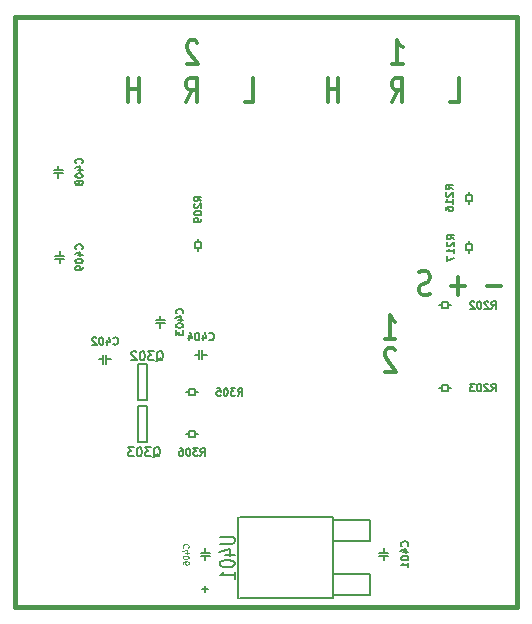
<source format=gbo>
G04 #@! TF.GenerationSoftware,KiCad,Pcbnew,(5.1.5)-3*
G04 #@! TF.CreationDate,2021-08-30T19:46:02+02:00*
G04 #@! TF.ProjectId,wa2,7761322e-6b69-4636-9164-5f7063625858,0428 -*
G04 #@! TF.SameCoordinates,Original*
G04 #@! TF.FileFunction,Legend,Bot*
G04 #@! TF.FilePolarity,Positive*
%FSLAX46Y46*%
G04 Gerber Fmt 4.6, Leading zero omitted, Abs format (unit mm)*
G04 Created by KiCad (PCBNEW (5.1.5)-3) date 2021-08-30 19:46:02*
%MOMM*%
%LPD*%
G04 APERTURE LIST*
%ADD10C,0.381000*%
%ADD11C,0.304800*%
%ADD12C,0.127000*%
%ADD13C,0.119380*%
%ADD14C,0.190500*%
%ADD15C,0.203200*%
G04 APERTURE END LIST*
D10*
X117094000Y-124333000D02*
X117094000Y-74422000D01*
X159639000Y-124333000D02*
X117094000Y-124333000D01*
X159639000Y-74422000D02*
X159639000Y-124333000D01*
X117094000Y-74422000D02*
X159639000Y-74422000D01*
D11*
X149279428Y-102585761D02*
X149206857Y-102489000D01*
X149061714Y-102392238D01*
X148698857Y-102392238D01*
X148553714Y-102489000D01*
X148481142Y-102585761D01*
X148408571Y-102779285D01*
X148408571Y-102972809D01*
X148481142Y-103263095D01*
X149352000Y-104424238D01*
X148408571Y-104424238D01*
X148408571Y-101630238D02*
X149279428Y-101630238D01*
X148844000Y-101630238D02*
X148844000Y-99598238D01*
X148989142Y-99888523D01*
X149134285Y-100082047D01*
X149279428Y-100178809D01*
X132515428Y-76550761D02*
X132442857Y-76454000D01*
X132297714Y-76357238D01*
X131934857Y-76357238D01*
X131789714Y-76454000D01*
X131717142Y-76550761D01*
X131644571Y-76744285D01*
X131644571Y-76937809D01*
X131717142Y-77228095D01*
X132588000Y-78389238D01*
X131644571Y-78389238D01*
X149043571Y-78389238D02*
X149914428Y-78389238D01*
X149479000Y-78389238D02*
X149479000Y-76357238D01*
X149624142Y-76647523D01*
X149769285Y-76841047D01*
X149914428Y-76937809D01*
X158223857Y-97173142D02*
X157062714Y-97173142D01*
X155175857Y-97173142D02*
X154014714Y-97173142D01*
X154595285Y-97947238D02*
X154595285Y-96399047D01*
X152200428Y-97850476D02*
X151982714Y-97947238D01*
X151619857Y-97947238D01*
X151474714Y-97850476D01*
X151402142Y-97753714D01*
X151329571Y-97560190D01*
X151329571Y-97366666D01*
X151402142Y-97173142D01*
X151474714Y-97076380D01*
X151619857Y-96979619D01*
X151910142Y-96882857D01*
X152055285Y-96786095D01*
X152127857Y-96689333D01*
X152200428Y-96495809D01*
X152200428Y-96302285D01*
X152127857Y-96108761D01*
X152055285Y-96012000D01*
X151910142Y-95915238D01*
X151547285Y-95915238D01*
X151329571Y-96012000D01*
X136561285Y-81564238D02*
X137287000Y-81564238D01*
X137287000Y-79532238D01*
X131608285Y-81564238D02*
X132116285Y-80596619D01*
X132479142Y-81564238D02*
X132479142Y-79532238D01*
X131898571Y-79532238D01*
X131753428Y-79629000D01*
X131680857Y-79725761D01*
X131608285Y-79919285D01*
X131608285Y-80209571D01*
X131680857Y-80403095D01*
X131753428Y-80499857D01*
X131898571Y-80596619D01*
X132479142Y-80596619D01*
X127562428Y-81564238D02*
X127562428Y-79532238D01*
X127562428Y-80499857D02*
X126691571Y-80499857D01*
X126691571Y-81564238D02*
X126691571Y-79532238D01*
X144453428Y-81564238D02*
X144453428Y-79532238D01*
X144453428Y-80499857D02*
X143582571Y-80499857D01*
X143582571Y-81564238D02*
X143582571Y-79532238D01*
X149007285Y-81564238D02*
X149515285Y-80596619D01*
X149878142Y-81564238D02*
X149878142Y-79532238D01*
X149297571Y-79532238D01*
X149152428Y-79629000D01*
X149079857Y-79725761D01*
X149007285Y-79919285D01*
X149007285Y-80209571D01*
X149079857Y-80403095D01*
X149152428Y-80499857D01*
X149297571Y-80596619D01*
X149878142Y-80596619D01*
X153960285Y-81564238D02*
X154686000Y-81564238D01*
X154686000Y-79532238D01*
D12*
X148336000Y-119761000D02*
X148336000Y-119380000D01*
X148717000Y-119761000D02*
X147955000Y-119761000D01*
X148336000Y-120396000D02*
X148336000Y-120015000D01*
X148336000Y-120015000D02*
X148717000Y-120015000D01*
X148717000Y-120015000D02*
X147955000Y-120015000D01*
X124587000Y-103378000D02*
X124206000Y-103378000D01*
X124587000Y-102997000D02*
X124587000Y-103759000D01*
X125222000Y-103378000D02*
X124841000Y-103378000D01*
X124841000Y-103378000D02*
X124841000Y-102997000D01*
X124841000Y-102997000D02*
X124841000Y-103759000D01*
X129794000Y-100330000D02*
X129032000Y-100330000D01*
X129413000Y-100330000D02*
X129794000Y-100330000D01*
X129413000Y-100711000D02*
X129413000Y-100330000D01*
X129794000Y-100076000D02*
X129032000Y-100076000D01*
X129413000Y-100076000D02*
X129413000Y-99695000D01*
X132715000Y-103378000D02*
X132715000Y-102616000D01*
X132715000Y-102997000D02*
X132715000Y-103378000D01*
X132334000Y-102997000D02*
X132715000Y-102997000D01*
X132969000Y-103378000D02*
X132969000Y-102616000D01*
X132969000Y-102997000D02*
X133350000Y-102997000D01*
X133223000Y-122555000D02*
X133223000Y-123063000D01*
X132969000Y-122809000D02*
X133477000Y-122809000D01*
X133223000Y-120015000D02*
X133223000Y-120396000D01*
X132842000Y-120015000D02*
X133604000Y-120015000D01*
X133223000Y-119380000D02*
X133223000Y-119761000D01*
X133223000Y-119761000D02*
X132842000Y-119761000D01*
X132842000Y-119761000D02*
X133604000Y-119761000D01*
X120777000Y-87376000D02*
X120777000Y-86995000D01*
X121158000Y-87376000D02*
X120396000Y-87376000D01*
X120777000Y-88011000D02*
X120777000Y-87630000D01*
X120777000Y-87630000D02*
X121158000Y-87630000D01*
X121158000Y-87630000D02*
X120396000Y-87630000D01*
X120523000Y-94615000D02*
X121285000Y-94615000D01*
X120904000Y-94615000D02*
X120523000Y-94615000D01*
X120904000Y-94234000D02*
X120904000Y-94615000D01*
X120523000Y-94869000D02*
X121285000Y-94869000D01*
X120904000Y-94869000D02*
X120904000Y-95250000D01*
X128270000Y-106807000D02*
X128270000Y-103759000D01*
X128270000Y-103759000D02*
X127508000Y-103759000D01*
X127508000Y-103759000D02*
X127508000Y-106807000D01*
X127508000Y-106807000D02*
X128270000Y-106807000D01*
X127508000Y-110363000D02*
X128270000Y-110363000D01*
X127508000Y-107315000D02*
X127508000Y-110363000D01*
X128270000Y-107315000D02*
X127508000Y-107315000D01*
X128270000Y-110363000D02*
X128270000Y-107315000D01*
X153289000Y-98806000D02*
X153035000Y-98806000D01*
X154051000Y-98806000D02*
X153797000Y-98806000D01*
X153797000Y-98552000D02*
X153797000Y-98933000D01*
X153797000Y-98933000D02*
X153797000Y-99060000D01*
X153797000Y-99060000D02*
X153289000Y-99060000D01*
X153289000Y-99060000D02*
X153289000Y-98552000D01*
X153289000Y-98552000D02*
X153797000Y-98552000D01*
X153289000Y-105537000D02*
X153797000Y-105537000D01*
X153289000Y-106045000D02*
X153289000Y-105537000D01*
X153797000Y-106045000D02*
X153289000Y-106045000D01*
X153797000Y-105918000D02*
X153797000Y-106045000D01*
X153797000Y-105537000D02*
X153797000Y-105918000D01*
X154051000Y-105791000D02*
X153797000Y-105791000D01*
X153289000Y-105791000D02*
X153035000Y-105791000D01*
X132588000Y-93472000D02*
X132588000Y-93218000D01*
X132588000Y-94234000D02*
X132588000Y-93980000D01*
X132842000Y-93980000D02*
X132461000Y-93980000D01*
X132461000Y-93980000D02*
X132334000Y-93980000D01*
X132334000Y-93980000D02*
X132334000Y-93472000D01*
X132334000Y-93472000D02*
X132842000Y-93472000D01*
X132842000Y-93472000D02*
X132842000Y-93980000D01*
X155500000Y-89446000D02*
X155500000Y-89192000D01*
X155500000Y-90208000D02*
X155500000Y-89954000D01*
X155754000Y-89954000D02*
X155373000Y-89954000D01*
X155373000Y-89954000D02*
X155246000Y-89954000D01*
X155246000Y-89954000D02*
X155246000Y-89446000D01*
X155246000Y-89446000D02*
X155754000Y-89446000D01*
X155754000Y-89446000D02*
X155754000Y-89954000D01*
X155500000Y-94154000D02*
X155500000Y-94408000D01*
X155500000Y-93392000D02*
X155500000Y-93646000D01*
X155246000Y-93646000D02*
X155627000Y-93646000D01*
X155627000Y-93646000D02*
X155754000Y-93646000D01*
X155754000Y-93646000D02*
X155754000Y-94154000D01*
X155754000Y-94154000D02*
X155246000Y-94154000D01*
X155246000Y-94154000D02*
X155246000Y-93646000D01*
X131826000Y-106172000D02*
X131572000Y-106172000D01*
X132588000Y-106172000D02*
X132334000Y-106172000D01*
X132334000Y-105918000D02*
X132334000Y-106299000D01*
X132334000Y-106299000D02*
X132334000Y-106426000D01*
X132334000Y-106426000D02*
X131826000Y-106426000D01*
X131826000Y-106426000D02*
X131826000Y-105918000D01*
X131826000Y-105918000D02*
X132334000Y-105918000D01*
X131826000Y-109474000D02*
X132334000Y-109474000D01*
X131826000Y-109982000D02*
X131826000Y-109474000D01*
X132334000Y-109982000D02*
X131826000Y-109982000D01*
X132334000Y-109855000D02*
X132334000Y-109982000D01*
X132334000Y-109474000D02*
X132334000Y-109855000D01*
X132588000Y-109728000D02*
X132334000Y-109728000D01*
X131826000Y-109728000D02*
X131572000Y-109728000D01*
X144018000Y-121539000D02*
X147193000Y-121539000D01*
X147193000Y-121539000D02*
X147193000Y-123317000D01*
X147193000Y-123317000D02*
X144018000Y-123317000D01*
X144018000Y-116967000D02*
X147193000Y-116967000D01*
X147193000Y-116967000D02*
X147193000Y-118745000D01*
X147193000Y-118745000D02*
X144018000Y-118745000D01*
X137922000Y-123571000D02*
X144018000Y-123571000D01*
X144018000Y-123571000D02*
X144018000Y-116713000D01*
X144018000Y-116713000D02*
X136144000Y-116713000D01*
X136017000Y-116713000D02*
X136017000Y-123571000D01*
X136144000Y-123571000D02*
X137922000Y-123571000D01*
X150340785Y-119177404D02*
X150371023Y-119147166D01*
X150401261Y-119056452D01*
X150401261Y-118995976D01*
X150371023Y-118905261D01*
X150310547Y-118844785D01*
X150250071Y-118814547D01*
X150129119Y-118784309D01*
X150038404Y-118784309D01*
X149917452Y-118814547D01*
X149856976Y-118844785D01*
X149796500Y-118905261D01*
X149766261Y-118995976D01*
X149766261Y-119056452D01*
X149796500Y-119147166D01*
X149826738Y-119177404D01*
X149977928Y-119721690D02*
X150401261Y-119721690D01*
X149736023Y-119570500D02*
X150189595Y-119419309D01*
X150189595Y-119812404D01*
X149766261Y-120175261D02*
X149766261Y-120235738D01*
X149796500Y-120296214D01*
X149826738Y-120326452D01*
X149887214Y-120356690D01*
X150008166Y-120386928D01*
X150159357Y-120386928D01*
X150280309Y-120356690D01*
X150340785Y-120326452D01*
X150371023Y-120296214D01*
X150401261Y-120235738D01*
X150401261Y-120175261D01*
X150371023Y-120114785D01*
X150340785Y-120084547D01*
X150280309Y-120054309D01*
X150159357Y-120024071D01*
X150008166Y-120024071D01*
X149887214Y-120054309D01*
X149826738Y-120084547D01*
X149796500Y-120114785D01*
X149766261Y-120175261D01*
X150401261Y-120991690D02*
X150401261Y-120628833D01*
X150401261Y-120810261D02*
X149766261Y-120810261D01*
X149856976Y-120749785D01*
X149917452Y-120689309D01*
X149947690Y-120628833D01*
X125424595Y-102080785D02*
X125454833Y-102111023D01*
X125545547Y-102141261D01*
X125606023Y-102141261D01*
X125696738Y-102111023D01*
X125757214Y-102050547D01*
X125787452Y-101990071D01*
X125817690Y-101869119D01*
X125817690Y-101778404D01*
X125787452Y-101657452D01*
X125757214Y-101596976D01*
X125696738Y-101536500D01*
X125606023Y-101506261D01*
X125545547Y-101506261D01*
X125454833Y-101536500D01*
X125424595Y-101566738D01*
X124880309Y-101717928D02*
X124880309Y-102141261D01*
X125031500Y-101476023D02*
X125182690Y-101929595D01*
X124789595Y-101929595D01*
X124426738Y-101506261D02*
X124366261Y-101506261D01*
X124305785Y-101536500D01*
X124275547Y-101566738D01*
X124245309Y-101627214D01*
X124215071Y-101748166D01*
X124215071Y-101899357D01*
X124245309Y-102020309D01*
X124275547Y-102080785D01*
X124305785Y-102111023D01*
X124366261Y-102141261D01*
X124426738Y-102141261D01*
X124487214Y-102111023D01*
X124517452Y-102080785D01*
X124547690Y-102020309D01*
X124577928Y-101899357D01*
X124577928Y-101748166D01*
X124547690Y-101627214D01*
X124517452Y-101566738D01*
X124487214Y-101536500D01*
X124426738Y-101506261D01*
X123973166Y-101566738D02*
X123942928Y-101536500D01*
X123882452Y-101506261D01*
X123731261Y-101506261D01*
X123670785Y-101536500D01*
X123640547Y-101566738D01*
X123610309Y-101627214D01*
X123610309Y-101687690D01*
X123640547Y-101778404D01*
X124003404Y-102141261D01*
X123610309Y-102141261D01*
X131290785Y-99492404D02*
X131321023Y-99462166D01*
X131351261Y-99371452D01*
X131351261Y-99310976D01*
X131321023Y-99220261D01*
X131260547Y-99159785D01*
X131200071Y-99129547D01*
X131079119Y-99099309D01*
X130988404Y-99099309D01*
X130867452Y-99129547D01*
X130806976Y-99159785D01*
X130746500Y-99220261D01*
X130716261Y-99310976D01*
X130716261Y-99371452D01*
X130746500Y-99462166D01*
X130776738Y-99492404D01*
X130927928Y-100036690D02*
X131351261Y-100036690D01*
X130686023Y-99885500D02*
X131139595Y-99734309D01*
X131139595Y-100127404D01*
X130716261Y-100490261D02*
X130716261Y-100550738D01*
X130746500Y-100611214D01*
X130776738Y-100641452D01*
X130837214Y-100671690D01*
X130958166Y-100701928D01*
X131109357Y-100701928D01*
X131230309Y-100671690D01*
X131290785Y-100641452D01*
X131321023Y-100611214D01*
X131351261Y-100550738D01*
X131351261Y-100490261D01*
X131321023Y-100429785D01*
X131290785Y-100399547D01*
X131230309Y-100369309D01*
X131109357Y-100339071D01*
X130958166Y-100339071D01*
X130837214Y-100369309D01*
X130776738Y-100399547D01*
X130746500Y-100429785D01*
X130716261Y-100490261D01*
X130716261Y-100913595D02*
X130716261Y-101306690D01*
X130958166Y-101095023D01*
X130958166Y-101185738D01*
X130988404Y-101246214D01*
X131018642Y-101276452D01*
X131079119Y-101306690D01*
X131230309Y-101306690D01*
X131290785Y-101276452D01*
X131321023Y-101246214D01*
X131351261Y-101185738D01*
X131351261Y-101004309D01*
X131321023Y-100943833D01*
X131290785Y-100913595D01*
X133552595Y-101699785D02*
X133582833Y-101730023D01*
X133673547Y-101760261D01*
X133734023Y-101760261D01*
X133824738Y-101730023D01*
X133885214Y-101669547D01*
X133915452Y-101609071D01*
X133945690Y-101488119D01*
X133945690Y-101397404D01*
X133915452Y-101276452D01*
X133885214Y-101215976D01*
X133824738Y-101155500D01*
X133734023Y-101125261D01*
X133673547Y-101125261D01*
X133582833Y-101155500D01*
X133552595Y-101185738D01*
X133008309Y-101336928D02*
X133008309Y-101760261D01*
X133159500Y-101095023D02*
X133310690Y-101548595D01*
X132917595Y-101548595D01*
X132554738Y-101125261D02*
X132494261Y-101125261D01*
X132433785Y-101155500D01*
X132403547Y-101185738D01*
X132373309Y-101246214D01*
X132343071Y-101367166D01*
X132343071Y-101518357D01*
X132373309Y-101639309D01*
X132403547Y-101699785D01*
X132433785Y-101730023D01*
X132494261Y-101760261D01*
X132554738Y-101760261D01*
X132615214Y-101730023D01*
X132645452Y-101699785D01*
X132675690Y-101639309D01*
X132705928Y-101518357D01*
X132705928Y-101367166D01*
X132675690Y-101246214D01*
X132645452Y-101185738D01*
X132615214Y-101155500D01*
X132554738Y-101125261D01*
X131798785Y-101336928D02*
X131798785Y-101760261D01*
X131949976Y-101095023D02*
X132101166Y-101548595D01*
X131708071Y-101548595D01*
D13*
X131750707Y-119328050D02*
X131774534Y-119304223D01*
X131798362Y-119232740D01*
X131798362Y-119185085D01*
X131774534Y-119113602D01*
X131726879Y-119065947D01*
X131679224Y-119042119D01*
X131583913Y-119018291D01*
X131512430Y-119018291D01*
X131417120Y-119042119D01*
X131369465Y-119065947D01*
X131321810Y-119113602D01*
X131297982Y-119185085D01*
X131297982Y-119232740D01*
X131321810Y-119304223D01*
X131345637Y-119328050D01*
X131464775Y-119756948D02*
X131798362Y-119756948D01*
X131274154Y-119637810D02*
X131631569Y-119518671D01*
X131631569Y-119828430D01*
X131297982Y-120114362D02*
X131297982Y-120162017D01*
X131321810Y-120209672D01*
X131345637Y-120233500D01*
X131393292Y-120257328D01*
X131488603Y-120281155D01*
X131607741Y-120281155D01*
X131703051Y-120257328D01*
X131750707Y-120233500D01*
X131774534Y-120209672D01*
X131798362Y-120162017D01*
X131798362Y-120114362D01*
X131774534Y-120066707D01*
X131750707Y-120042879D01*
X131703051Y-120019051D01*
X131607741Y-119995224D01*
X131488603Y-119995224D01*
X131393292Y-120019051D01*
X131345637Y-120042879D01*
X131321810Y-120066707D01*
X131297982Y-120114362D01*
X131297982Y-120710052D02*
X131297982Y-120614742D01*
X131321810Y-120567087D01*
X131345637Y-120543259D01*
X131417120Y-120495604D01*
X131512430Y-120471776D01*
X131703051Y-120471776D01*
X131750707Y-120495604D01*
X131774534Y-120519431D01*
X131798362Y-120567087D01*
X131798362Y-120662397D01*
X131774534Y-120710052D01*
X131750707Y-120733880D01*
X131703051Y-120757708D01*
X131583913Y-120757708D01*
X131536258Y-120733880D01*
X131512430Y-120710052D01*
X131488603Y-120662397D01*
X131488603Y-120567087D01*
X131512430Y-120519431D01*
X131536258Y-120495604D01*
X131583913Y-120471776D01*
D12*
X122781785Y-86792404D02*
X122812023Y-86762166D01*
X122842261Y-86671452D01*
X122842261Y-86610976D01*
X122812023Y-86520261D01*
X122751547Y-86459785D01*
X122691071Y-86429547D01*
X122570119Y-86399309D01*
X122479404Y-86399309D01*
X122358452Y-86429547D01*
X122297976Y-86459785D01*
X122237500Y-86520261D01*
X122207261Y-86610976D01*
X122207261Y-86671452D01*
X122237500Y-86762166D01*
X122267738Y-86792404D01*
X122418928Y-87336690D02*
X122842261Y-87336690D01*
X122177023Y-87185500D02*
X122630595Y-87034309D01*
X122630595Y-87427404D01*
X122207261Y-87790261D02*
X122207261Y-87850738D01*
X122237500Y-87911214D01*
X122267738Y-87941452D01*
X122328214Y-87971690D01*
X122449166Y-88001928D01*
X122600357Y-88001928D01*
X122721309Y-87971690D01*
X122781785Y-87941452D01*
X122812023Y-87911214D01*
X122842261Y-87850738D01*
X122842261Y-87790261D01*
X122812023Y-87729785D01*
X122781785Y-87699547D01*
X122721309Y-87669309D01*
X122600357Y-87639071D01*
X122449166Y-87639071D01*
X122328214Y-87669309D01*
X122267738Y-87699547D01*
X122237500Y-87729785D01*
X122207261Y-87790261D01*
X122479404Y-88364785D02*
X122449166Y-88304309D01*
X122418928Y-88274071D01*
X122358452Y-88243833D01*
X122328214Y-88243833D01*
X122267738Y-88274071D01*
X122237500Y-88304309D01*
X122207261Y-88364785D01*
X122207261Y-88485738D01*
X122237500Y-88546214D01*
X122267738Y-88576452D01*
X122328214Y-88606690D01*
X122358452Y-88606690D01*
X122418928Y-88576452D01*
X122449166Y-88546214D01*
X122479404Y-88485738D01*
X122479404Y-88364785D01*
X122509642Y-88304309D01*
X122539880Y-88274071D01*
X122600357Y-88243833D01*
X122721309Y-88243833D01*
X122781785Y-88274071D01*
X122812023Y-88304309D01*
X122842261Y-88364785D01*
X122842261Y-88485738D01*
X122812023Y-88546214D01*
X122781785Y-88576452D01*
X122721309Y-88606690D01*
X122600357Y-88606690D01*
X122539880Y-88576452D01*
X122509642Y-88546214D01*
X122479404Y-88485738D01*
X122781785Y-94031404D02*
X122812023Y-94001166D01*
X122842261Y-93910452D01*
X122842261Y-93849976D01*
X122812023Y-93759261D01*
X122751547Y-93698785D01*
X122691071Y-93668547D01*
X122570119Y-93638309D01*
X122479404Y-93638309D01*
X122358452Y-93668547D01*
X122297976Y-93698785D01*
X122237500Y-93759261D01*
X122207261Y-93849976D01*
X122207261Y-93910452D01*
X122237500Y-94001166D01*
X122267738Y-94031404D01*
X122418928Y-94575690D02*
X122842261Y-94575690D01*
X122177023Y-94424500D02*
X122630595Y-94273309D01*
X122630595Y-94666404D01*
X122207261Y-95029261D02*
X122207261Y-95089738D01*
X122237500Y-95150214D01*
X122267738Y-95180452D01*
X122328214Y-95210690D01*
X122449166Y-95240928D01*
X122600357Y-95240928D01*
X122721309Y-95210690D01*
X122781785Y-95180452D01*
X122812023Y-95150214D01*
X122842261Y-95089738D01*
X122842261Y-95029261D01*
X122812023Y-94968785D01*
X122781785Y-94938547D01*
X122721309Y-94908309D01*
X122600357Y-94878071D01*
X122449166Y-94878071D01*
X122328214Y-94908309D01*
X122267738Y-94938547D01*
X122237500Y-94968785D01*
X122207261Y-95029261D01*
X122842261Y-95543309D02*
X122842261Y-95664261D01*
X122812023Y-95724738D01*
X122781785Y-95754976D01*
X122691071Y-95815452D01*
X122570119Y-95845690D01*
X122328214Y-95845690D01*
X122267738Y-95815452D01*
X122237500Y-95785214D01*
X122207261Y-95724738D01*
X122207261Y-95603785D01*
X122237500Y-95543309D01*
X122267738Y-95513071D01*
X122328214Y-95482833D01*
X122479404Y-95482833D01*
X122539880Y-95513071D01*
X122570119Y-95543309D01*
X122600357Y-95603785D01*
X122600357Y-95724738D01*
X122570119Y-95785214D01*
X122539880Y-95815452D01*
X122479404Y-95845690D01*
D14*
X129068285Y-103541285D02*
X129140857Y-103505000D01*
X129213428Y-103432428D01*
X129322285Y-103323571D01*
X129394857Y-103287285D01*
X129467428Y-103287285D01*
X129431142Y-103468714D02*
X129503714Y-103432428D01*
X129576285Y-103359857D01*
X129612571Y-103214714D01*
X129612571Y-102960714D01*
X129576285Y-102815571D01*
X129503714Y-102743000D01*
X129431142Y-102706714D01*
X129286000Y-102706714D01*
X129213428Y-102743000D01*
X129140857Y-102815571D01*
X129104571Y-102960714D01*
X129104571Y-103214714D01*
X129140857Y-103359857D01*
X129213428Y-103432428D01*
X129286000Y-103468714D01*
X129431142Y-103468714D01*
X128850571Y-102706714D02*
X128378857Y-102706714D01*
X128632857Y-102997000D01*
X128524000Y-102997000D01*
X128451428Y-103033285D01*
X128415142Y-103069571D01*
X128378857Y-103142142D01*
X128378857Y-103323571D01*
X128415142Y-103396142D01*
X128451428Y-103432428D01*
X128524000Y-103468714D01*
X128741714Y-103468714D01*
X128814285Y-103432428D01*
X128850571Y-103396142D01*
X127907142Y-102706714D02*
X127834571Y-102706714D01*
X127762000Y-102743000D01*
X127725714Y-102779285D01*
X127689428Y-102851857D01*
X127653142Y-102997000D01*
X127653142Y-103178428D01*
X127689428Y-103323571D01*
X127725714Y-103396142D01*
X127762000Y-103432428D01*
X127834571Y-103468714D01*
X127907142Y-103468714D01*
X127979714Y-103432428D01*
X128016000Y-103396142D01*
X128052285Y-103323571D01*
X128088571Y-103178428D01*
X128088571Y-102997000D01*
X128052285Y-102851857D01*
X128016000Y-102779285D01*
X127979714Y-102743000D01*
X127907142Y-102706714D01*
X127362857Y-102779285D02*
X127326571Y-102743000D01*
X127254000Y-102706714D01*
X127072571Y-102706714D01*
X127000000Y-102743000D01*
X126963714Y-102779285D01*
X126927428Y-102851857D01*
X126927428Y-102924428D01*
X126963714Y-103033285D01*
X127399142Y-103468714D01*
X126927428Y-103468714D01*
X128814285Y-111669285D02*
X128886857Y-111633000D01*
X128959428Y-111560428D01*
X129068285Y-111451571D01*
X129140857Y-111415285D01*
X129213428Y-111415285D01*
X129177142Y-111596714D02*
X129249714Y-111560428D01*
X129322285Y-111487857D01*
X129358571Y-111342714D01*
X129358571Y-111088714D01*
X129322285Y-110943571D01*
X129249714Y-110871000D01*
X129177142Y-110834714D01*
X129032000Y-110834714D01*
X128959428Y-110871000D01*
X128886857Y-110943571D01*
X128850571Y-111088714D01*
X128850571Y-111342714D01*
X128886857Y-111487857D01*
X128959428Y-111560428D01*
X129032000Y-111596714D01*
X129177142Y-111596714D01*
X128596571Y-110834714D02*
X128124857Y-110834714D01*
X128378857Y-111125000D01*
X128270000Y-111125000D01*
X128197428Y-111161285D01*
X128161142Y-111197571D01*
X128124857Y-111270142D01*
X128124857Y-111451571D01*
X128161142Y-111524142D01*
X128197428Y-111560428D01*
X128270000Y-111596714D01*
X128487714Y-111596714D01*
X128560285Y-111560428D01*
X128596571Y-111524142D01*
X127653142Y-110834714D02*
X127580571Y-110834714D01*
X127508000Y-110871000D01*
X127471714Y-110907285D01*
X127435428Y-110979857D01*
X127399142Y-111125000D01*
X127399142Y-111306428D01*
X127435428Y-111451571D01*
X127471714Y-111524142D01*
X127508000Y-111560428D01*
X127580571Y-111596714D01*
X127653142Y-111596714D01*
X127725714Y-111560428D01*
X127762000Y-111524142D01*
X127798285Y-111451571D01*
X127834571Y-111306428D01*
X127834571Y-111125000D01*
X127798285Y-110979857D01*
X127762000Y-110907285D01*
X127725714Y-110871000D01*
X127653142Y-110834714D01*
X127145142Y-110834714D02*
X126673428Y-110834714D01*
X126927428Y-111125000D01*
X126818571Y-111125000D01*
X126746000Y-111161285D01*
X126709714Y-111197571D01*
X126673428Y-111270142D01*
X126673428Y-111451571D01*
X126709714Y-111524142D01*
X126746000Y-111560428D01*
X126818571Y-111596714D01*
X127036285Y-111596714D01*
X127108857Y-111560428D01*
X127145142Y-111524142D01*
D12*
X157428595Y-99093261D02*
X157640261Y-98790880D01*
X157791452Y-99093261D02*
X157791452Y-98458261D01*
X157549547Y-98458261D01*
X157489071Y-98488500D01*
X157458833Y-98518738D01*
X157428595Y-98579214D01*
X157428595Y-98669928D01*
X157458833Y-98730404D01*
X157489071Y-98760642D01*
X157549547Y-98790880D01*
X157791452Y-98790880D01*
X157186690Y-98518738D02*
X157156452Y-98488500D01*
X157095976Y-98458261D01*
X156944785Y-98458261D01*
X156884309Y-98488500D01*
X156854071Y-98518738D01*
X156823833Y-98579214D01*
X156823833Y-98639690D01*
X156854071Y-98730404D01*
X157216928Y-99093261D01*
X156823833Y-99093261D01*
X156430738Y-98458261D02*
X156370261Y-98458261D01*
X156309785Y-98488500D01*
X156279547Y-98518738D01*
X156249309Y-98579214D01*
X156219071Y-98700166D01*
X156219071Y-98851357D01*
X156249309Y-98972309D01*
X156279547Y-99032785D01*
X156309785Y-99063023D01*
X156370261Y-99093261D01*
X156430738Y-99093261D01*
X156491214Y-99063023D01*
X156521452Y-99032785D01*
X156551690Y-98972309D01*
X156581928Y-98851357D01*
X156581928Y-98700166D01*
X156551690Y-98579214D01*
X156521452Y-98518738D01*
X156491214Y-98488500D01*
X156430738Y-98458261D01*
X155977166Y-98518738D02*
X155946928Y-98488500D01*
X155886452Y-98458261D01*
X155735261Y-98458261D01*
X155674785Y-98488500D01*
X155644547Y-98518738D01*
X155614309Y-98579214D01*
X155614309Y-98639690D01*
X155644547Y-98730404D01*
X156007404Y-99093261D01*
X155614309Y-99093261D01*
X157428595Y-106078261D02*
X157640261Y-105775880D01*
X157791452Y-106078261D02*
X157791452Y-105443261D01*
X157549547Y-105443261D01*
X157489071Y-105473500D01*
X157458833Y-105503738D01*
X157428595Y-105564214D01*
X157428595Y-105654928D01*
X157458833Y-105715404D01*
X157489071Y-105745642D01*
X157549547Y-105775880D01*
X157791452Y-105775880D01*
X157186690Y-105503738D02*
X157156452Y-105473500D01*
X157095976Y-105443261D01*
X156944785Y-105443261D01*
X156884309Y-105473500D01*
X156854071Y-105503738D01*
X156823833Y-105564214D01*
X156823833Y-105624690D01*
X156854071Y-105715404D01*
X157216928Y-106078261D01*
X156823833Y-106078261D01*
X156430738Y-105443261D02*
X156370261Y-105443261D01*
X156309785Y-105473500D01*
X156279547Y-105503738D01*
X156249309Y-105564214D01*
X156219071Y-105685166D01*
X156219071Y-105836357D01*
X156249309Y-105957309D01*
X156279547Y-106017785D01*
X156309785Y-106048023D01*
X156370261Y-106078261D01*
X156430738Y-106078261D01*
X156491214Y-106048023D01*
X156521452Y-106017785D01*
X156551690Y-105957309D01*
X156581928Y-105836357D01*
X156581928Y-105685166D01*
X156551690Y-105564214D01*
X156521452Y-105503738D01*
X156491214Y-105473500D01*
X156430738Y-105443261D01*
X156007404Y-105443261D02*
X155614309Y-105443261D01*
X155825976Y-105685166D01*
X155735261Y-105685166D01*
X155674785Y-105715404D01*
X155644547Y-105745642D01*
X155614309Y-105806119D01*
X155614309Y-105957309D01*
X155644547Y-106017785D01*
X155674785Y-106048023D01*
X155735261Y-106078261D01*
X155916690Y-106078261D01*
X155977166Y-106048023D01*
X156007404Y-106017785D01*
X132875261Y-89967404D02*
X132572880Y-89755738D01*
X132875261Y-89604547D02*
X132240261Y-89604547D01*
X132240261Y-89846452D01*
X132270500Y-89906928D01*
X132300738Y-89937166D01*
X132361214Y-89967404D01*
X132451928Y-89967404D01*
X132512404Y-89937166D01*
X132542642Y-89906928D01*
X132572880Y-89846452D01*
X132572880Y-89604547D01*
X132300738Y-90209309D02*
X132270500Y-90239547D01*
X132240261Y-90300023D01*
X132240261Y-90451214D01*
X132270500Y-90511690D01*
X132300738Y-90541928D01*
X132361214Y-90572166D01*
X132421690Y-90572166D01*
X132512404Y-90541928D01*
X132875261Y-90179071D01*
X132875261Y-90572166D01*
X132240261Y-90965261D02*
X132240261Y-91025738D01*
X132270500Y-91086214D01*
X132300738Y-91116452D01*
X132361214Y-91146690D01*
X132482166Y-91176928D01*
X132633357Y-91176928D01*
X132754309Y-91146690D01*
X132814785Y-91116452D01*
X132845023Y-91086214D01*
X132875261Y-91025738D01*
X132875261Y-90965261D01*
X132845023Y-90904785D01*
X132814785Y-90874547D01*
X132754309Y-90844309D01*
X132633357Y-90814071D01*
X132482166Y-90814071D01*
X132361214Y-90844309D01*
X132300738Y-90874547D01*
X132270500Y-90904785D01*
X132240261Y-90965261D01*
X132875261Y-91479309D02*
X132875261Y-91600261D01*
X132845023Y-91660738D01*
X132814785Y-91690976D01*
X132724071Y-91751452D01*
X132603119Y-91781690D01*
X132361214Y-91781690D01*
X132300738Y-91751452D01*
X132270500Y-91721214D01*
X132240261Y-91660738D01*
X132240261Y-91539785D01*
X132270500Y-91479309D01*
X132300738Y-91449071D01*
X132361214Y-91418833D01*
X132512404Y-91418833D01*
X132572880Y-91449071D01*
X132603119Y-91479309D01*
X132633357Y-91539785D01*
X132633357Y-91660738D01*
X132603119Y-91721214D01*
X132572880Y-91751452D01*
X132512404Y-91781690D01*
X154187261Y-88989404D02*
X153884880Y-88777738D01*
X154187261Y-88626547D02*
X153552261Y-88626547D01*
X153552261Y-88868452D01*
X153582500Y-88928928D01*
X153612738Y-88959166D01*
X153673214Y-88989404D01*
X153763928Y-88989404D01*
X153824404Y-88959166D01*
X153854642Y-88928928D01*
X153884880Y-88868452D01*
X153884880Y-88626547D01*
X153612738Y-89231309D02*
X153582500Y-89261547D01*
X153552261Y-89322023D01*
X153552261Y-89473214D01*
X153582500Y-89533690D01*
X153612738Y-89563928D01*
X153673214Y-89594166D01*
X153733690Y-89594166D01*
X153824404Y-89563928D01*
X154187261Y-89201071D01*
X154187261Y-89594166D01*
X154187261Y-90198928D02*
X154187261Y-89836071D01*
X154187261Y-90017500D02*
X153552261Y-90017500D01*
X153642976Y-89957023D01*
X153703452Y-89896547D01*
X153733690Y-89836071D01*
X153552261Y-90743214D02*
X153552261Y-90622261D01*
X153582500Y-90561785D01*
X153612738Y-90531547D01*
X153703452Y-90471071D01*
X153824404Y-90440833D01*
X154066309Y-90440833D01*
X154126785Y-90471071D01*
X154157023Y-90501309D01*
X154187261Y-90561785D01*
X154187261Y-90682738D01*
X154157023Y-90743214D01*
X154126785Y-90773452D01*
X154066309Y-90803690D01*
X153915119Y-90803690D01*
X153854642Y-90773452D01*
X153824404Y-90743214D01*
X153794166Y-90682738D01*
X153794166Y-90561785D01*
X153824404Y-90501309D01*
X153854642Y-90471071D01*
X153915119Y-90440833D01*
X154287261Y-93189404D02*
X153984880Y-92977738D01*
X154287261Y-92826547D02*
X153652261Y-92826547D01*
X153652261Y-93068452D01*
X153682500Y-93128928D01*
X153712738Y-93159166D01*
X153773214Y-93189404D01*
X153863928Y-93189404D01*
X153924404Y-93159166D01*
X153954642Y-93128928D01*
X153984880Y-93068452D01*
X153984880Y-92826547D01*
X153712738Y-93431309D02*
X153682500Y-93461547D01*
X153652261Y-93522023D01*
X153652261Y-93673214D01*
X153682500Y-93733690D01*
X153712738Y-93763928D01*
X153773214Y-93794166D01*
X153833690Y-93794166D01*
X153924404Y-93763928D01*
X154287261Y-93401071D01*
X154287261Y-93794166D01*
X154287261Y-94398928D02*
X154287261Y-94036071D01*
X154287261Y-94217500D02*
X153652261Y-94217500D01*
X153742976Y-94157023D01*
X153803452Y-94096547D01*
X153833690Y-94036071D01*
X153652261Y-94610595D02*
X153652261Y-95033928D01*
X154287261Y-94761785D01*
X135965595Y-106459261D02*
X136177261Y-106156880D01*
X136328452Y-106459261D02*
X136328452Y-105824261D01*
X136086547Y-105824261D01*
X136026071Y-105854500D01*
X135995833Y-105884738D01*
X135965595Y-105945214D01*
X135965595Y-106035928D01*
X135995833Y-106096404D01*
X136026071Y-106126642D01*
X136086547Y-106156880D01*
X136328452Y-106156880D01*
X135753928Y-105824261D02*
X135360833Y-105824261D01*
X135572500Y-106066166D01*
X135481785Y-106066166D01*
X135421309Y-106096404D01*
X135391071Y-106126642D01*
X135360833Y-106187119D01*
X135360833Y-106338309D01*
X135391071Y-106398785D01*
X135421309Y-106429023D01*
X135481785Y-106459261D01*
X135663214Y-106459261D01*
X135723690Y-106429023D01*
X135753928Y-106398785D01*
X134967738Y-105824261D02*
X134907261Y-105824261D01*
X134846785Y-105854500D01*
X134816547Y-105884738D01*
X134786309Y-105945214D01*
X134756071Y-106066166D01*
X134756071Y-106217357D01*
X134786309Y-106338309D01*
X134816547Y-106398785D01*
X134846785Y-106429023D01*
X134907261Y-106459261D01*
X134967738Y-106459261D01*
X135028214Y-106429023D01*
X135058452Y-106398785D01*
X135088690Y-106338309D01*
X135118928Y-106217357D01*
X135118928Y-106066166D01*
X135088690Y-105945214D01*
X135058452Y-105884738D01*
X135028214Y-105854500D01*
X134967738Y-105824261D01*
X134181547Y-105824261D02*
X134483928Y-105824261D01*
X134514166Y-106126642D01*
X134483928Y-106096404D01*
X134423452Y-106066166D01*
X134272261Y-106066166D01*
X134211785Y-106096404D01*
X134181547Y-106126642D01*
X134151309Y-106187119D01*
X134151309Y-106338309D01*
X134181547Y-106398785D01*
X134211785Y-106429023D01*
X134272261Y-106459261D01*
X134423452Y-106459261D01*
X134483928Y-106429023D01*
X134514166Y-106398785D01*
X132790595Y-111539261D02*
X133002261Y-111236880D01*
X133153452Y-111539261D02*
X133153452Y-110904261D01*
X132911547Y-110904261D01*
X132851071Y-110934500D01*
X132820833Y-110964738D01*
X132790595Y-111025214D01*
X132790595Y-111115928D01*
X132820833Y-111176404D01*
X132851071Y-111206642D01*
X132911547Y-111236880D01*
X133153452Y-111236880D01*
X132578928Y-110904261D02*
X132185833Y-110904261D01*
X132397500Y-111146166D01*
X132306785Y-111146166D01*
X132246309Y-111176404D01*
X132216071Y-111206642D01*
X132185833Y-111267119D01*
X132185833Y-111418309D01*
X132216071Y-111478785D01*
X132246309Y-111509023D01*
X132306785Y-111539261D01*
X132488214Y-111539261D01*
X132548690Y-111509023D01*
X132578928Y-111478785D01*
X131792738Y-110904261D02*
X131732261Y-110904261D01*
X131671785Y-110934500D01*
X131641547Y-110964738D01*
X131611309Y-111025214D01*
X131581071Y-111146166D01*
X131581071Y-111297357D01*
X131611309Y-111418309D01*
X131641547Y-111478785D01*
X131671785Y-111509023D01*
X131732261Y-111539261D01*
X131792738Y-111539261D01*
X131853214Y-111509023D01*
X131883452Y-111478785D01*
X131913690Y-111418309D01*
X131943928Y-111297357D01*
X131943928Y-111146166D01*
X131913690Y-111025214D01*
X131883452Y-110964738D01*
X131853214Y-110934500D01*
X131792738Y-110904261D01*
X131036785Y-110904261D02*
X131157738Y-110904261D01*
X131218214Y-110934500D01*
X131248452Y-110964738D01*
X131308928Y-111055452D01*
X131339166Y-111176404D01*
X131339166Y-111418309D01*
X131308928Y-111478785D01*
X131278690Y-111509023D01*
X131218214Y-111539261D01*
X131097261Y-111539261D01*
X131036785Y-111509023D01*
X131006547Y-111478785D01*
X130976309Y-111418309D01*
X130976309Y-111267119D01*
X131006547Y-111206642D01*
X131036785Y-111176404D01*
X131097261Y-111146166D01*
X131218214Y-111146166D01*
X131278690Y-111176404D01*
X131308928Y-111206642D01*
X131339166Y-111267119D01*
D15*
X134432523Y-118400285D02*
X135460619Y-118400285D01*
X135581571Y-118448666D01*
X135642047Y-118497047D01*
X135702523Y-118593809D01*
X135702523Y-118787333D01*
X135642047Y-118884095D01*
X135581571Y-118932476D01*
X135460619Y-118980857D01*
X134432523Y-118980857D01*
X134855857Y-119900095D02*
X135702523Y-119900095D01*
X134372047Y-119658190D02*
X135279190Y-119416285D01*
X135279190Y-120045238D01*
X134432523Y-120625809D02*
X134432523Y-120722571D01*
X134493000Y-120819333D01*
X134553476Y-120867714D01*
X134674428Y-120916095D01*
X134916333Y-120964476D01*
X135218714Y-120964476D01*
X135460619Y-120916095D01*
X135581571Y-120867714D01*
X135642047Y-120819333D01*
X135702523Y-120722571D01*
X135702523Y-120625809D01*
X135642047Y-120529047D01*
X135581571Y-120480666D01*
X135460619Y-120432285D01*
X135218714Y-120383904D01*
X134916333Y-120383904D01*
X134674428Y-120432285D01*
X134553476Y-120480666D01*
X134493000Y-120529047D01*
X134432523Y-120625809D01*
X135702523Y-121932095D02*
X135702523Y-121351523D01*
X135702523Y-121641809D02*
X134432523Y-121641809D01*
X134613952Y-121545047D01*
X134734904Y-121448285D01*
X134795380Y-121351523D01*
M02*

</source>
